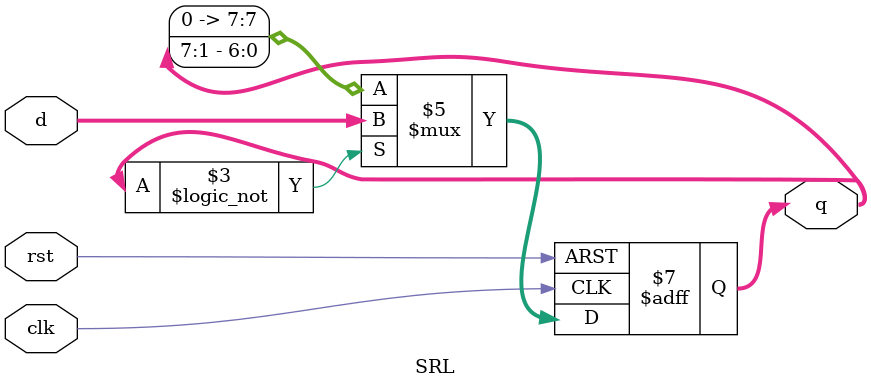
<source format=v>
module SRL(rst, clk, d, q);
input rst, clk;
input [7:0] d;
output reg [7:0] q;

always@(negedge rst, posedge clk)
begin
if(!rst) q = 0;
else begin
	if(!q) q <= d;
	else q[7:0] <= {1'b0, q[7:1]};
end
end

endmodule		

</source>
